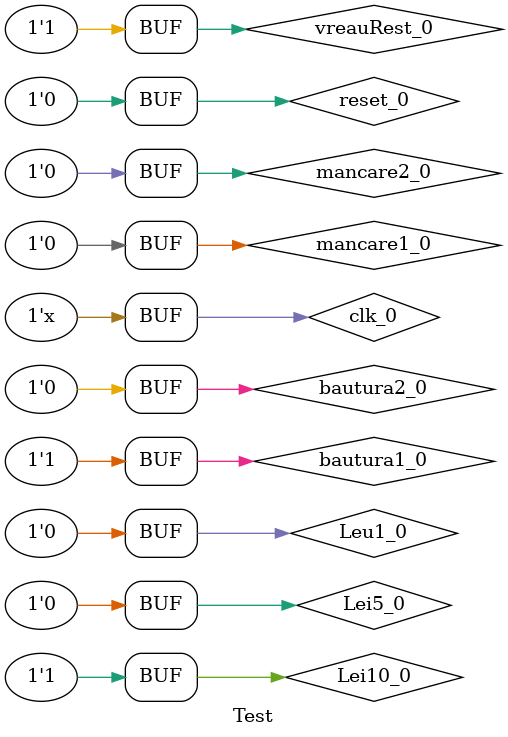
<source format=v>
`timescale 1ns / 1ps


module Test();
    reg Lei10_0, Lei5_0, Leu1_0,bautura1_0, bautura2_0, clk_0, mancare1_0, mancare2_0, reset_0, vreauRest_0;
    wire Aliment1_0, Aliment2_0, REST1_0, REST2_0, REST3_0, REST4_0, REST5_0, Suc1_0, Suc2_0;

always #25 clk_0 = ~clk_0;
    
Schema_wrapper automat(
    Aliment1_0,
    Aliment2_0,
    Lei10_0,
    Lei5_0,
    Leu1_0,
    REST1_0,
    REST2_0,
    REST3_0,
    REST4_0,
    REST5_0,
    Suc1_0,
    Suc2_0,
    bautura1_0,
    bautura2_0,
    clk_0,
    mancare1_0,
    mancare2_0,
    reset_0,
    vreauRest_0
    );

    initial begin
        Lei10_0 = 0; Lei5_0 = 0; Leu1_0 = 0; bautura1_0 = 0; bautura2_0 = 0; clk_0 = 0; mancare1_0 = 0; mancare2_0 = 0; reset_0 = 1; vreauRest_0 = 0;
        #25 reset_0 = 0;  
        #25 Lei10_0 = 1;
        #50 bautura1_0 = 1; vreauRest_0 = 1;
    end       
    
endmodule

</source>
